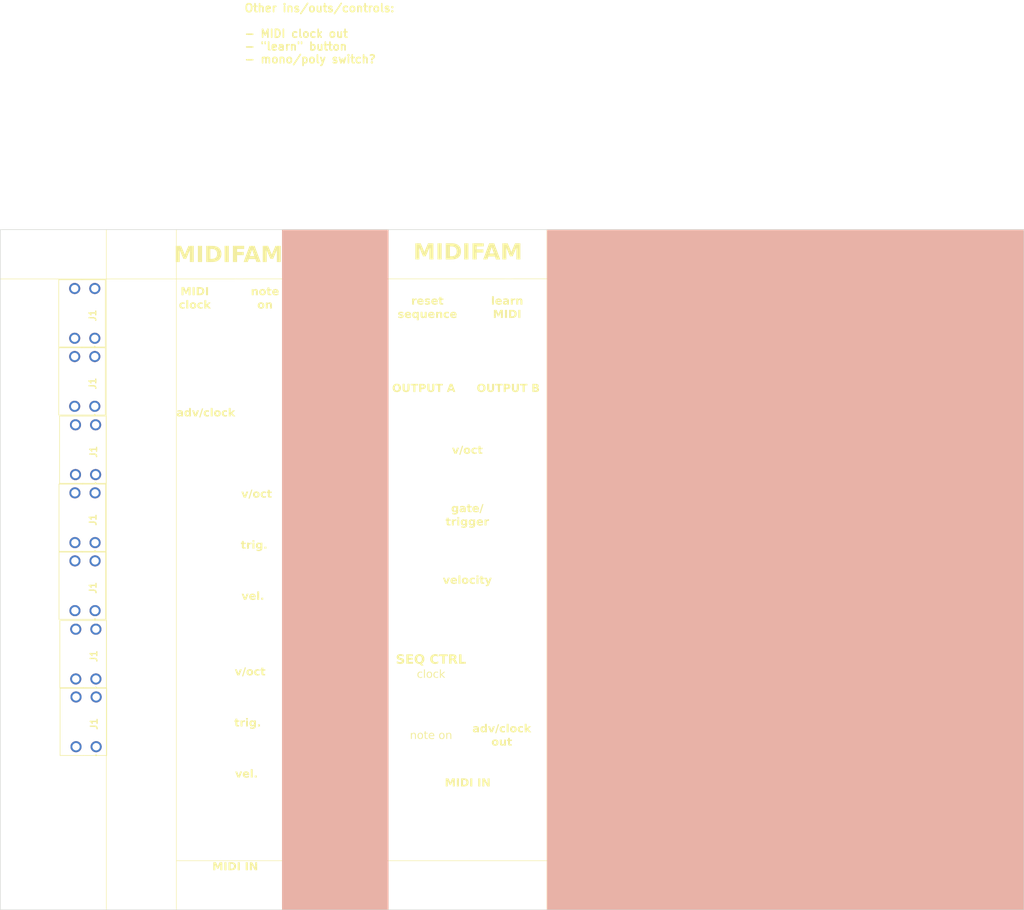
<source format=kicad_pcb>
(kicad_pcb (version 20240108) (generator "pcbnew") (generator_version "8.0")
  (layers (0 "F.Cu" signal) (31 "B.Cu" signal) (34 "B.Paste" user) (35 "F.Paste" user) (36 "B.SilkS" user "B.Silkscreen") (37 "F.SilkS" user "F.Silkscreen") (38 "B.Mask" user) (39 "F.Mask" user) (44 "Edge.Cuts" user))
  (net 0 "")
  (footprint "SamacSys_Parts:CL1384" (layer "F.Cu") (at 59.0804 84.4296 90)
    (property "Reference" "J1" (at -0.4 2.008 90) (layer "F.SilkS") (effects (font (size 1.27 1.27) (thickness 0.254))))
    (property "Value" "CV in" (hide yes))
    (fp_line (start -6.35 -4.4) (end 6.35 -4.4) (stroke (width 0.12)) (layer "F.SilkS"))
    (fp_line (start 6.35 0) (end 6.35 -4.4) (stroke (width 0.12)) (layer "F.SilkS"))
    (fp_line (start -6.35 0) (end -6.35 -4.4) (stroke (width 0.12)) (layer "F.SilkS"))
    (fp_line (start -6.27 2.388) (end -6.27 2.388) (stroke (width 0.2)) (layer "F.SilkS"))
    (fp_line (start -6.37 2.388) (end -6.37 2.388) (stroke (width 0.2)) (layer "F.SilkS"))
    (fp_line (start -6.37 2.388) (end -6.37 2.388) (stroke (width 0.2)) (layer "F.SilkS"))
    (fp_line (start 6.35 4.4) (end 6.35 0) (stroke (width 0.12)) (layer "F.SilkS"))
    (fp_line (start 6.35 4.4) (end -6.35 4.4) (stroke (width 0.12)) (layer "F.SilkS"))
    (fp_line (start -6.35 4.4) (end -6.35 0) (stroke (width 0.12)) (layer "F.SilkS"))
    (fp_arc (start -6.27 2.388) (mid -6.32 2.438) (end -6.37 2.388) (stroke (width 0.2)) (layer "F.SilkS"))
    (fp_arc (start -6.27 2.388) (mid -6.32 2.438) (end -6.37 2.388) (stroke (width 0.2)) (layer "F.SilkS"))
    (fp_arc (start -6.37 2.388) (mid -6.32 2.338) (end -6.27 2.388) (stroke (width 0.2)) (layer "F.SilkS"))
    (pad "S" thru_hole circle (at 4.7 2.408 90) (size 2.1 2.1) (drill 1.4) (layers "*.Cu" "*.Mask"))
    (pad "SSw" thru_hole circle (at -4.7 2.408 90) (size 2.1 2.1) (drill 1.4) (layers "*.Cu" "*.Mask"))
    (pad "T" thru_hole circle (at 4.7 -1.392 90) (size 2.1 2.1) (drill 1.4) (layers "*.Cu" "*.Mask"))
    (pad "TSw" thru_hole circle (at -4.7 -1.392 90) (size 2.1 2.1) (drill 1.4) (layers "*.Cu" "*.Mask"))
  )
  (footprint "WeirdVibes_Eurorack:Mounting_Hole_Jack" (layer "F.Cu") (at 138.2776 118.7196 180)
    (property "Reference" "REF**" (hide yes))
    (property "Value" "Mounting_Hole_Jack" (hide yes))
    (pad "" np_thru_hole circle (at 0 0 180) (size 6.1 6.1) (drill 6.1) (layers "F&B.Cu" "*.Mask"))
  )
  (footprint "WeirdVibes_Eurorack:Mounting_Hole_Jack" (layer "F.Cu") (at 83.566 129.413 90)
    (property "Reference" "REF**" (hide yes))
    (property "Value" "Mounting_Hole_Jack" (hide yes))
    (pad "" np_thru_hole circle (at 0 0 90) (size 6.1 6.1) (drill 6.1) (layers "F&B.Cu" "*.Mask"))
  )
  (footprint "WeirdVibes_Eurorack:Panel_Mounting_Hole_Circle" (layer "F.Cu") (at 138.2776 111.6584)
    (property "Reference" "REF**" (hide yes))
    (property "Value" "Panel_Mounting_Hole_Circle" (hide yes))
    (pad "" np_thru_hole circle (at 0 0) (size 3.2 3.2) (drill 3.2) (layers "F&B.Cu" "*.Mask"))
  )
  (footprint "WeirdVibes_Eurorack:Panel_Mounting_Hole_Circle" (layer "F.Cu") (at 140.2588 64.4652)
    (property "Reference" "REF**" (hide yes))
    (property "Value" "Panel_Mounting_Hole_Circle" (hide yes))
    (pad "" np_thru_hole circle (at 0 0) (size 3.2 3.2) (drill 3.2) (layers "F&B.Cu" "*.Mask"))
  )
  (footprint "MountingHole:MountingHole_6mm" (layer "F.Cu") (at 131.843 142.0368)
    (property "Reference" "REF**" (hide yes))
    (property "Value" "MountingHole_6mm" (hide yes))
    (pad "" np_thru_hole circle (at 0 0) (size 12.7 12.7) (drill 12.7) (layers "F&B.Cu" "*.Mask"))
  )
  (footprint "WeirdVibes_Eurorack:Panel_Mounting_Hole_Circle" (layer "F.Cu") (at 93.8784 85.6996)
    (property "Reference" "REF**" (hide yes))
    (property "Value" "Panel_Mounting_Hole_Circle" (hide yes))
    (pad "" np_thru_hole circle (at 0 0) (size 3.2 3.2) (drill 3.2) (layers "F&B.Cu" "*.Mask"))
  )
  (footprint "WeirdVibes_Eurorack:Mounting_Hole_Jack" (layer "F.Cu") (at 140.37 71.7296 -90)
    (property "Reference" "REF**" (hide yes))
    (property "Value" "Mounting_Hole_Jack" (hide yes))
    (pad "" np_thru_hole circle (at 0 0 270) (size 6.1 6.1) (drill 6.1) (layers "F&B.Cu" "*.Mask"))
  )
  (footprint "SamacSys_Parts:CL1384" (layer "F.Cu") (at 59.2328 110.1852 90)
    (property "Reference" "J1" (at -0.4 2.008 90) (layer "F.SilkS") (effects (font (size 1.27 1.27) (thickness 0.254))))
    (property "Value" "CV in" (hide yes))
    (fp_line (start -6.35 -4.4) (end 6.35 -4.4) (stroke (width 0.12)) (layer "F.SilkS"))
    (fp_line (start 6.35 0) (end 6.35 -4.4) (stroke (width 0.12)) (layer "F.SilkS"))
    (fp_line (start -6.35 0) (end -6.35 -4.4) (stroke (width 0.12)) (layer "F.SilkS"))
    (fp_line (start -6.27 2.388) (end -6.27 2.388) (stroke (width 0.2)) (layer "F.SilkS"))
    (fp_line (start -6.37 2.388) (end -6.37 2.388) (stroke (width 0.2)) (layer "F.SilkS"))
    (fp_line (start -6.37 2.388) (end -6.37 2.388) (stroke (width 0.2)) (layer "F.SilkS"))
    (fp_line (start 6.35 4.4) (end 6.35 0) (stroke (width 0.12)) (layer "F.SilkS"))
    (fp_line (start 6.35 4.4) (end -6.35 4.4) (stroke (width 0.12)) (layer "F.SilkS"))
    (fp_line (start -6.35 4.4) (end -6.35 0) (stroke (width 0.12)) (layer "F.SilkS"))
    (fp_arc (start -6.27 2.388) (mid -6.32 2.438) (end -6.37 2.388) (stroke (width 0.2)) (layer "F.SilkS"))
    (fp_arc (start -6.27 2.388) (mid -6.32 2.438) (end -6.37 2.388) (stroke (width 0.2)) (layer "F.SilkS"))
    (fp_arc (start -6.37 2.388) (mid -6.32 2.338) (end -6.27 2.388) (stroke (width 0.2)) (layer "F.SilkS"))
    (pad "S" thru_hole circle (at 4.7 2.408 90) (size 2.1 2.1) (drill 1.4) (layers "*.Cu" "*.Mask"))
    (pad "SSw" thru_hole circle (at -4.7 2.408 90) (size 2.1 2.1) (drill 1.4) (layers "*.Cu" "*.Mask"))
    (pad "T" thru_hole circle (at 4.7 -1.392 90) (size 2.1 2.1) (drill 1.4) (layers "*.Cu" "*.Mask"))
    (pad "TSw" thru_hole circle (at -4.7 -1.392 90) (size 2.1 2.1) (drill 1.4) (layers "*.Cu" "*.Mask"))
  )
  (footprint "WeirdVibes_Eurorack:Mounting_Hole_Jack" (layer "F.Cu") (at 123.316 84.0105 90)
    (property "Reference" "REF**" (hide yes))
    (property "Value" "Mounting_Hole_Jack" (hide yes))
    (pad "" np_thru_hole circle (at 0 0 90) (size 6.1 6.1) (drill 6.1) (layers "F&B.Cu" "*.Mask"))
  )
  (footprint "WeirdVibes_Eurorack:Panel_Mounting_Hole_Circle" (layer "F.Cu") (at 82.3468 49.784)
    (property "Reference" "REF**" (hide yes))
    (property "Value" "Panel_Mounting_Hole_Circle" (hide yes))
    (pad "" np_thru_hole circle (at 0 0) (size 3.2 3.2) (drill 3.2) (layers "*.Cu" "*.Mask"))
  )
  (footprint "WeirdVibes_Eurorack:Mounting_Hole_Jack" (layer "F.Cu") (at 123.316 71.7296 90)
    (property "Reference" "REF**" (hide yes))
    (property "Value" "Mounting_Hole_Jack" (hide yes))
    (pad "" np_thru_hole circle (at 0 0 90) (size 6.1 6.1) (drill 6.1) (layers "F&B.Cu" "*.Mask"))
  )
  (footprint "WeirdVibes_Eurorack:Mounting_Hole_Jack" (layer "F.Cu") (at 82.3976 58.2676)
    (property "Reference" "REF**" (hide yes))
    (property "Value" "Mounting_Hole_Jack" (hide yes))
    (pad "" np_thru_hole circle (at 0 0) (size 6.1 6.1) (drill 6.1) (layers "F&B.Cu" "*.Mask"))
  )
  (footprint "WeirdVibes_Eurorack:Mounting_Hole_Jack" (layer "F.Cu") (at 140.37 96.2914 -90)
    (property "Reference" "REF**" (hide yes))
    (property "Value" "Mounting_Hole_Jack" (hide yes))
    (pad "" np_thru_hole circle (at 0 0 270) (size 6.1 6.1) (drill 6.1) (layers "F&B.Cu" "*.Mask"))
  )
  (footprint "WeirdVibes_Eurorack:Mounting_Hole_Jack" (layer "F.Cu") (at 85.09 85.6996 -90)
    (property "Reference" "REF**" (hide yes))
    (property "Value" "Mounting_Hole_Jack" (hide yes))
    (pad "" np_thru_hole circle (at 0 0 270) (size 6.1 6.1) (drill 6.1) (layers "F&B.Cu" "*.Mask"))
  )
  (footprint "SamacSys_Parts:CL1384" (layer "F.Cu") (at 59.2836 122.9868 90)
    (property "Reference" "J1" (at -0.4 2.008 90) (layer "F.SilkS") (effects (font (size 1.27 1.27) (thickness 0.254))))
    (property "Value" "CV in" (hide yes))
    (fp_line (start -6.35 -4.4) (end 6.35 -4.4) (stroke (width 0.12)) (layer "F.SilkS"))
    (fp_line (start 6.35 0) (end 6.35 -4.4) (stroke (width 0.12)) (layer "F.SilkS"))
    (fp_line (start -6.35 0) (end -6.35 -4.4) (stroke (width 0.12)) (layer "F.SilkS"))
    (fp_line (start -6.27 2.388) (end -6.27 2.388) (stroke (width 0.2)) (layer "F.SilkS"))
    (fp_line (start -6.37 2.388) (end -6.37 2.388) (stroke (width 0.2)) (layer "F.SilkS"))
    (fp_line (start -6.37 2.388) (end -6.37 2.388) (stroke (width 0.2)) (layer "F.SilkS"))
    (fp_line (start 6.35 4.4) (end 6.35 0) (stroke (width 0.12)) (layer "F.SilkS"))
    (fp_line (start 6.35 4.4) (end -6.35 4.4) (stroke (width 0.12)) (layer "F.SilkS"))
    (fp_line (start -6.35 4.4) (end -6.35 0) (stroke (width 0.12)) (layer "F.SilkS"))
    (fp_arc (start -6.27 2.388) (mid -6.32 2.438) (end -6.37 2.388) (stroke (width 0.2)) (layer "F.SilkS"))
    (fp_arc (start -6.27 2.388) (mid -6.32 2.438) (end -6.37 2.388) (stroke (width 0.2)) (layer "F.SilkS"))
    (fp_arc (start -6.37 2.388) (mid -6.32 2.338) (end -6.27 2.388) (stroke (width 0.2)) (layer "F.SilkS"))
    (pad "S" thru_hole circle (at 4.7 2.408 90) (size 2.1 2.1) (drill 1.4) (layers "*.Cu" "*.Mask"))
    (pad "SSw" thru_hole circle (at -4.7 2.408 90) (size 2.1 2.1) (drill 1.4) (layers "*.Cu" "*.Mask"))
    (pad "T" thru_hole circle (at 4.7 -1.392 90) (size 2.1 2.1) (drill 1.4) (layers "*.Cu" "*.Mask"))
    (pad "TSw" thru_hole circle (at -4.7 -1.392 90) (size 2.1 2.1) (drill 1.4) (layers "*.Cu" "*.Mask"))
  )
  (footprint "MountingHole:MountingHole_6mm" (layer "F.Cu") (at 87.2236 142.3416)
    (property "Reference" "REF**" (hide yes))
    (property "Value" "MountingHole_6mm" (hide yes))
    (pad "" np_thru_hole circle (at 0 0) (size 12.7 12.7) (drill 12.7) (layers "F&B.Cu" "*.Mask"))
  )
  (footprint "WeirdVibes_Eurorack:Mounting_Hole_Jack" (layer "F.Cu") (at 123.316 96.2914 90)
    (property "Reference" "REF**" (hide yes))
    (property "Value" "Mounting_Hole_Jack" (hide yes))
    (pad "" np_thru_hole circle (at 0 0 90) (size 6.1 6.1) (drill 6.1) (layers "F&B.Cu" "*.Mask"))
  )
  (footprint "WeirdVibes_Eurorack:Mounting_Hole_Jack" (layer "F.Cu") (at 83.566 109.9058 90)
    (property "Reference" "REF**" (hide yes))
    (property "Value" "Mounting_Hole_Jack" (hide yes))
    (pad "" np_thru_hole circle (at 0 0 90) (size 6.1 6.1) (drill 6.1) (layers "F&B.Cu" "*.Mask"))
  )
  (footprint "WeirdVibes_Eurorack:Mounting_Hole_Jack" (layer "F.Cu") (at 83.566 119.6594 90)
    (property "Reference" "REF**" (hide yes))
    (property "Value" "Mounting_Hole_Jack" (hide yes))
    (pad "" np_thru_hole circle (at 0 0 90) (size 6.1 6.1) (drill 6.1) (layers "F&B.Cu" "*.Mask"))
  )
  (footprint "MountingHole:MountingHole_6mm" (layer "F.Cu") (at 124.3514 49.3268 90)
    (property "Reference" "REF**" (hide yes))
    (property "Value" "MountingHole_6mm" (hide yes))
    (pad "" np_thru_hole circle (at 0 0 90) (size 4 4) (drill 4) (layers "F&B.Cu" "*.Mask"))
  )
  (footprint "SamacSys_Parts:CL1384" (layer "F.Cu") (at 59.0296 58.674 90)
    (property "Reference" "J1" (at -0.4 2.008 90) (layer "F.SilkS") (effects (font (size 1.27 1.27) (thickness 0.254))))
    (property "Value" "CV in" (hide yes))
    (fp_line (start -6.35 -4.4) (end 6.35 -4.4) (stroke (width 0.12)) (layer "F.SilkS"))
    (fp_line (start 6.35 0) (end 6.35 -4.4) (stroke (width 0.12)) (layer "F.SilkS"))
    (fp_line (start -6.35 0) (end -6.35 -4.4) (stroke (width 0.12)) (layer "F.SilkS"))
    (fp_line (start -6.27 2.388) (end -6.27 2.388) (stroke (width 0.2)) (layer "F.SilkS"))
    (fp_line (start -6.37 2.388) (end -6.37 2.388) (stroke (width 0.2)) (layer "F.SilkS"))
    (fp_line (start -6.37 2.388) (end -6.37 2.388) (stroke (width 0.2)) (layer "F.SilkS"))
    (fp_line (start 6.35 4.4) (end 6.35 0) (stroke (width 0.12)) (layer "F.SilkS"))
    (fp_line (start 6.35 4.4) (end -6.35 4.4) (stroke (width 0.12)) (layer "F.SilkS"))
    (fp_line (start -6.35 4.4) (end -6.35 0) (stroke (width 0.12)) (layer "F.SilkS"))
    (fp_arc (start -6.27 2.388) (mid -6.32 2.438) (end -6.37 2.388) (stroke (width 0.2)) (layer "F.SilkS"))
    (fp_arc (start -6.27 2.388) (mid -6.32 2.438) (end -6.37 2.388) (stroke (width 0.2)) (layer "F.SilkS"))
    (fp_arc (start -6.37 2.388) (mid -6.32 2.338) (end -6.27 2.388) (stroke (width 0.2)) (layer "F.SilkS"))
    (pad "S" thru_hole circle (at 4.7 2.408 90) (size 2.1 2.1) (drill 1.4) (layers "*.Cu" "*.Mask"))
    (pad "SSw" thru_hole circle (at -4.7 2.408 90) (size 2.1 2.1) (drill 1.4) (layers "*.Cu" "*.Mask"))
    (pad "T" thru_hole circle (at 4.7 -1.392 90) (size 2.1 2.1) (drill 1.4) (layers "*.Cu" "*.Mask"))
    (pad "TSw" thru_hole circle (at -4.7 -1.392 90) (size 2.1 2.1) (drill 1.4) (layers "*.Cu" "*.Mask"))
  )
  (footprint "WeirdVibes_Eurorack:Mounting_Hole_Jack" (layer "F.Cu") (at 85.09 76.0476 -90)
    (property "Reference" "REF**" (hide yes))
    (property "Value" "Mounting_Hole_Jack" (hide yes))
    (pad "" np_thru_hole circle (at 0 0 270) (size 6.1 6.1) (drill 6.1) (layers "F&B.Cu" "*.Mask"))
  )
  (footprint "WeirdVibes_Eurorack:Panel_Mounting_Hole_Circle" (layer "F.Cu") (at 93.8784 119.6594)
    (property "Reference" "REF**" (hide yes))
    (property "Value" "Panel_Mounting_Hole_Circle" (hide yes))
    (pad "" np_thru_hole circle (at 0 0) (size 3.2 3.2) (drill 3.2) (layers "F&B.Cu" "*.Mask"))
  )
  (footprint "MountingHole:MountingHole_6mm" (layer "F.Cu") (at 139.3952 49.3776 90)
    (property "Reference" "REF**" (hide yes))
    (property "Value" "MountingHole_6mm" (hide yes))
    (pad "" np_thru_hole circle (at 0 0 90) (size 4 4) (drill 4) (layers "F&B.Cu" "*.Mask"))
  )
  (footprint "SamacSys_Parts:CL1384" (layer "F.Cu") (at 59.182 71.5772 90)
    (property "Reference" "J1" (at -0.4 2.008 90) (layer "F.SilkS") (effects (font (size 1.27 1.27) (thickness 0.254))))
    (property "Value" "CV in" (hide yes))
    (fp_line (start -6.35 -4.4) (end 6.35 -4.4) (stroke (width 0.12)) (layer "F.SilkS"))
    (fp_line (start 6.35 0) (end 6.35 -4.4) (stroke (width 0.12)) (layer "F.SilkS"))
    (fp_line (start -6.35 0) (end -6.35 -4.4) (stroke (width 0.12)) (layer "F.SilkS"))
    (fp_line (start -6.27 2.388) (end -6.27 2.388) (stroke (width 0.2)) (layer "F.SilkS"))
    (fp_line (start -6.37 2.388) (end -6.37 2.388) (stroke (width 0.2)) (layer "F.SilkS"))
    (fp_line (start -6.37 2.388) (end -6.37 2.388) (stroke (width 0.2)) (layer "F.SilkS"))
    (fp_line (start 6.35 4.4) (end 6.35 0) (stroke (width 0.12)) (layer "F.SilkS"))
    (fp_line (start 6.35 4.4) (end -6.35 4.4) (stroke (width 0.12)) (layer "F.SilkS"))
    (fp_line (start -6.35 4.4) (end -6.35 0) (stroke (width 0.12)) (layer "F.SilkS"))
    (fp_arc (start -6.27 2.388) (mid -6.32 2.438) (end -6.37 2.388) (stroke (width 0.2)) (layer "F.SilkS"))
    (fp_arc (start -6.27 2.388) (mid -6.32 2.438) (end -6.37 2.388) (stroke (width 0.2)) (layer "F.SilkS"))
    (fp_arc (start -6.37 2.388) (mid -6.32 2.338) (end -6.27 2.388) (stroke (width 0.2)) (layer "F.SilkS"))
    (pad "S" thru_hole circle (at 4.7 2.408 90) (size 2.1 2.1) (drill 1.4) (layers "*.Cu" "*.Mask"))
    (pad "SSw" thru_hole circle (at -4.7 2.408 90) (size 2.1 2.1) (drill 1.4) (layers "*.Cu" "*.Mask"))
    (pad "T" thru_hole circle (at 4.7 -1.392 90) (size 2.1 2.1) (drill 1.4) (layers "*.Cu" "*.Mask"))
    (pad "TSw" thru_hole circle (at -4.7 -1.392 90) (size 2.1 2.1) (drill 1.4) (layers "*.Cu" "*.Mask"))
  )
  (footprint "WeirdVibes_Eurorack:Mounting_Hole_Jack" (layer "F.Cu") (at 85.09 95.3516 -90)
    (property "Reference" "REF**" (hide yes))
    (property "Value" "Mounting_Hole_Jack" (hide yes))
    (pad "" np_thru_hole circle (at 0 0 270) (size 6.1 6.1) (drill 6.1) (layers "F&B.Cu" "*.Mask"))
  )
  (footprint "WeirdVibes_Eurorack:Mounting_Hole_Switch" (layer "F.Cu") (at 86.9442 43.0276 -90)
    (property "Reference" "REF**" (hide yes))
    (property "Value" "Mounting_Hole_Switch" (hide yes))
    (pad "" np_thru_hole circle (at 0 0 270) (size 5.2 5.2) (drill 5.2) (layers "F&B.Cu" "*.Mask"))
  )
  (footprint "WeirdVibes_Eurorack:Mounting_Hole_Switch" (layer "F.Cu") (at 125.0188 119.888 180)
    (property "Reference" "REF**" (hide yes))
    (property "Value" "Mounting_Hole_Switch" (hide yes))
    (pad "" np_thru_hole circle (at 0 0 180) (size 5.2 5.2) (drill 5.2) (layers "F&B.Cu" "*.Mask"))
  )
  (footprint "WeirdVibes_Eurorack:Panel_Mounting_Hole_Circle" (layer "F.Cu") (at 123.19 64.4652)
    (property "Reference" "REF**" (hide yes))
    (property "Value" "Panel_Mounting_Hole_Circle" (hide yes))
    (pad "" np_thru_hole circle (at 0 0) (size 3.2 3.2) (drill 3.2) (layers "F&B.Cu" "*.Mask"))
  )
  (footprint "MountingHole:MountingHole_6mm" (layer "F.Cu") (at 92.456 58.6232 90)
    (property "Reference" "REF**" (hide yes))
    (property "Value" "MountingHole_6mm" (hide yes))
    (pad "" np_thru_hole circle (at 0 0 90) (size 4 4) (drill 4) (layers "F&B.Cu" "*.Mask"))
  )
  (footprint "SamacSys_Parts:CL1384" (layer "F.Cu") (at 59.0296 45.8216 90)
    (property "Reference" "J1" (at -0.4 2.008 90) (layer "F.SilkS") (effects (font (size 1.27 1.27) (thickness 0.254))))
    (property "Value" "CV in" (hide yes))
    (fp_line (start -6.35 -4.4) (end 6.35 -4.4) (stroke (width 0.12)) (layer "F.SilkS"))
    (fp_line (start 6.35 0) (end 6.35 -4.4) (stroke (width 0.12)) (layer "F.SilkS"))
    (fp_line (start -6.35 0) (end -6.35 -4.4) (stroke (width 0.12)) (layer "F.SilkS"))
    (fp_line (start -6.27 2.388) (end -6.27 2.388) (stroke (width 0.2)) (layer "F.SilkS"))
    (fp_line (start -6.37 2.388) (end -6.37 2.388) (stroke (width 0.2)) (layer "F.SilkS"))
    (fp_line (start -6.37 2.388) (end -6.37 2.388) (stroke (width 0.2)) (layer "F.SilkS"))
    (fp_line (start 6.35 4.4) (end 6.35 0) (stroke (width 0.12)) (layer "F.SilkS"))
    (fp_line (start 6.35 4.4) (end -6.35 4.4) (stroke (width 0.12)) (layer "F.SilkS"))
    (fp_line (start -6.35 4.4) (end -6.35 0) (stroke (width 0.12)) (layer "F.SilkS"))
    (fp_arc (start -6.27 2.388) (mid -6.32 2.438) (end -6.37 2.388) (stroke (width 0.2)) (layer "F.SilkS"))
    (fp_arc (start -6.27 2.388) (mid -6.32 2.438) (end -6.37 2.388) (stroke (width 0.2)) (layer "F.SilkS"))
    (fp_arc (start -6.37 2.388) (mid -6.32 2.338) (end -6.27 2.388) (stroke (width 0.2)) (layer "F.SilkS"))
    (pad "S" thru_hole circle (at 4.7 2.408 90) (size 2.1 2.1) (drill 1.4) (layers "*.Cu" "*.Mask"))
    (pad "SSw" thru_hole circle (at -4.7 2.408 90) (size 2.1 2.1) (drill 1.4) (layers "*.Cu" "*.Mask"))
    (pad "T" thru_hole circle (at 4.7 -1.392 90) (size 2.1 2.1) (drill 1.4) (layers "*.Cu" "*.Mask"))
    (pad "TSw" thru_hole circle (at -4.7 -1.392 90) (size 2.1 2.1) (drill 1.4) (layers "*.Cu" "*.Mask"))
  )
  (footprint "SamacSys_Parts:CL1384" (layer "F.Cu") (at 59.0804 97.282 90)
    (property "Reference" "J1" (at -0.4 2.008 90) (layer "F.SilkS") (effects (font (size 1.27 1.27) (thickness 0.254))))
    (property "Value" "CV in" (hide yes))
    (fp_line (start -6.35 -4.4) (end 6.35 -4.4) (stroke (width 0.12)) (layer "F.SilkS"))
    (fp_line (start 6.35 0) (end 6.35 -4.4) (stroke (width 0.12)) (layer "F.SilkS"))
    (fp_line (start -6.35 0) (end -6.35 -4.4) (stroke (width 0.12)) (layer "F.SilkS"))
    (fp_line (start -6.27 2.388) (end -6.27 2.388) (stroke (width 0.2)) (layer "F.SilkS"))
    (fp_line (start -6.37 2.388) (end -6.37 2.388) (stroke (width 0.2)) (layer "F.SilkS"))
    (fp_line (start -6.37 2.388) (end -6.37 2.388) (stroke (width 0.2)) (layer "F.SilkS"))
    (fp_line (start 6.35 4.4) (end 6.35 0) (stroke (width 0.12)) (layer "F.SilkS"))
    (fp_line (start 6.35 4.4) (end -6.35 4.4) (stroke (width 0.12)) (layer "F.SilkS"))
    (fp_line (start -6.35 4.4) (end -6.35 0) (stroke (width 0.12)) (layer "F.SilkS"))
    (fp_arc (start -6.27 2.388) (mid -6.32 2.438) (end -6.37 2.388) (stroke (width 0.2)) (layer "F.SilkS"))
    (fp_arc (start -6.27 2.388) (mid -6.32 2.438) (end -6.37 2.388) (stroke (width 0.2)) (layer "F.SilkS"))
    (fp_arc (start -6.37 2.388) (mid -6.32 2.338) (end -6.27 2.388) (stroke (width 0.2)) (layer "F.SilkS"))
    (pad "S" thru_hole circle (at 4.7 2.408 90) (size 2.1 2.1) (drill 1.4) (layers "*.Cu" "*.Mask"))
    (pad "SSw" thru_hole circle (at -4.7 2.408 90) (size 2.1 2.1) (drill 1.4) (layers "*.Cu" "*.Mask"))
    (pad "T" thru_hole circle (at 4.7 -1.392 90) (size 2.1 2.1) (drill 1.4) (layers "*.Cu" "*.Mask"))
    (pad "TSw" thru_hole circle (at -4.7 -1.392 90) (size 2.1 2.1) (drill 1.4) (layers "*.Cu" "*.Mask"))
  )
  (footprint "WeirdVibes_Eurorack:Mounting_Hole_Jack" (layer "F.Cu") (at 140.37 84.0105 -90)
    (property "Reference" "REF**" (hide yes))
    (property "Value" "Mounting_Hole_Jack" (hide yes))
    (pad "" np_thru_hole circle (at 0 0 270) (size 6.1 6.1) (drill 6.1) (layers "F&B.Cu" "*.Mask"))
  )
  (gr_rect (start 146.843 29.996) (end 236.842928 158.496) (stroke (width 0.1)) (fill solid) (layer "B.SilkS"))
  (gr_rect (start 96.843 29.996) (end 116.843 158.496) (stroke (width 0.1)) (fill solid) (layer "B.SilkS"))
  (gr_rect (start 96.843 29.996) (end 116.843 158.496) (stroke (width 0.1)) (fill solid) (layer "F.SilkS"))
  (gr_line (start 146.843 29.996) (end 146.843 158.496) (stroke (width 0.1)) (layer "F.SilkS"))
  (gr_rect (start 146.843 29.996) (end 236.842928 158.496) (stroke (width 0.1)) (fill solid) (layer "F.SilkS"))
  (gr_line (start 96.843 29.996) (end 96.843 158.496) (stroke (width 0.1)) (layer "F.SilkS"))
  (gr_line (start 43.5864 39.3192) (end 236.843 39.271) (stroke (width 0.1)) (layer "F.SilkS"))
  (gr_line (start 76.843 29.996) (end 76.843 158.496) (stroke (width 0.1)) (layer "F.SilkS"))
  (gr_line (start 116.843 29.996) (end 116.843 158.496) (stroke (width 0.1)) (layer "F.SilkS"))
  (gr_line (start 76.843 149.221) (end 236.843 149.221) (stroke (width 0.1)) (layer "F.SilkS"))
  (gr_line (start 63.6198 29.996) (end 63.6198 158.496) (stroke (width 0.1)) (layer "F.SilkS"))
  (gr_rect (start 43.6198 29.996) (end 236.843 158.496) (stroke (width 0.1)) (fill none) (layer "Edge.Cuts"))
  (gr_text "v/oct" (at 91.986623 80.01 0) (layer "F.SilkS") (effects (font (size 1.5 1.5) (thickness 0.3) (bold yes))))
  (gr_text "MIDIFAM" (at 131.8768 34.3916 0) (layer "F.SilkS") (effects (font (size 3 3) (thickness 0.4) (bold yes) (italic yes))))
  (gr_text "velocity" (at 131.7752 96.2914 0) (layer "F.SilkS") (effects (font (size 1.5 1.5) (thickness 0.3) (bold yes))))
  (gr_text "adv/clock\nout" (at 138.2776 125.603 0) (layer "F.SilkS") (effects (font (size 1.5 1.5) (thickness 0.3) (bold yes))))
  (gr_text "v/oct" (at 90.767423 113.5888 0) (layer "F.SilkS") (effects (font (size 1.5 1.5) (thickness 0.3) (bold yes))))
  (gr_text "vel." (at 91.2876 99.314 0) (layer "F.SilkS") (effects (font (size 1.5 1.5) (thickness 0.3) (bold yes))))
  (gr_text "Other ins/outs/controls:\n\n- MIDI clock out\n- {dblquote}learn{dblquote} button\n- mono/poly switch?" (at 89.5604 -1.3208 0) (layer "F.SilkS") (effects (font (size 1.5 1.5) (thickness 0.3) (bold yes)) (justify left bottom)))
  (gr_text "MIDI IN" (at 131.843 134.5692 0) (layer "F.SilkS") (effects (font (size 1.5 1.5) (thickness 0.3) (bold yes))))
  (gr_text "v/oct" (at 131.7752 71.7296 0) (layer "F.SilkS") (effects (font (size 1.5 1.5) (thickness 0.3) (bold yes))))
  (gr_text "MIDI IN" (at 83.6168 151.2824 0) (layer "F.SilkS") (effects (font (size 1.5 1.5) (thickness 0.3) (bold yes)) (justify left bottom)))
  (gr_text "learn\nMIDI" (at 139.2936 44.8056 0) (layer "F.SilkS") (effects (font (size 1.5 1.5) (thickness 0.3) (bold yes) (italic yes))))
  (gr_text "clock" (at 124.92505 114.046 0) (layer "F.SilkS") (effects (font (size 1.5 1.5) (thickness 0.1875) (italic yes))))
  (gr_text "trig." (at 90.299209 123.2408 0) (layer "F.SilkS") (effects (font (size 1.5 1.5) (thickness 0.3) (bold yes))))
  (gr_text "OUTPUT A" (at 123.5456 60.0456 0) (layer "F.SilkS") (effects (font (size 1.5 1.5) (thickness 0.375) (bold yes) (italic yes))))
  (gr_text "adv/clock" (at 82.3976 64.6684 0) (layer "F.SilkS") (effects (font (size 1.5 1.5) (thickness 0.3) (bold yes))))
  (gr_text "SEQ CTRL" (at 124.909425 111.289383 0) (layer "F.SilkS") (effects (font (size 1.75 1.75) (thickness 0.2) (bold yes) (italic yes))))
  (gr_text "MIDI\nclock" (at 80.3148 43.0276 0) (layer "F.SilkS") (effects (font (size 1.5 1.5) (thickness 0.3) (bold yes))))
  (gr_text "OUTPUT B" (at 139.4968 60.0456 0) (layer "F.SilkS") (effects (font (size 1.5 1.5) (thickness 0.375) (bold yes) (italic yes))))
  (gr_text "trig." (at 91.518409 89.662 0) (layer "F.SilkS") (effects (font (size 1.5 1.5) (thickness 0.3) (bold yes))))
  (gr_text "vel." (at 90.0684 132.8928 0) (layer "F.SilkS") (effects (font (size 1.5 1.5) (thickness 0.3) (bold yes))))
  (gr_text "reset\nsequence" (at 124.23225 44.8056 0) (layer "F.SilkS") (effects (font (size 1.5 1.5) (thickness 0.3) (bold yes) (italic yes))))
  (gr_text "note on" (at 124.92505 125.603 0) (layer "F.SilkS") (effects (font (size 1.5 1.5) (thickness 0.1875) (italic yes))))
  (gr_text "note\non" (at 93.5736 43.0276 0) (layer "F.SilkS") (effects (font (size 1.5 1.5) (thickness 0.3) (bold yes))))
  (gr_text "MIDIFAM" (at 86.6394 34.8742 0) (layer "F.SilkS") (effects (font (size 3 3) (thickness 0.4) (bold yes) (italic yes))))
  (gr_text "gate/\ntrigger" (at 131.7752 84.0105 0) (layer "F.SilkS") (effects (font (size 1.5 1.5) (thickness 0.3) (bold yes))))
)
</source>
